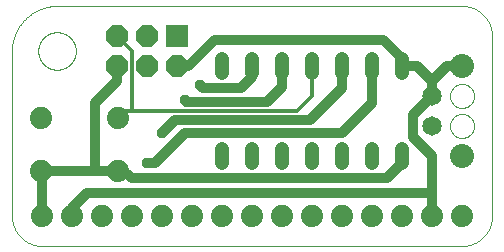
<source format=gtl>
G75*
%MOIN*%
%OFA0B0*%
%FSLAX25Y25*%
%IPPOS*%
%LPD*%
%AMOC8*
5,1,8,0,0,1.08239X$1,22.5*
%
%ADD10C,0.00000*%
%ADD11C,0.04800*%
%ADD12R,0.07400X0.07400*%
%ADD13OC8,0.07400*%
%ADD14C,0.08000*%
%ADD15C,0.07400*%
%ADD16C,0.06500*%
%ADD17C,0.03200*%
%ADD18C,0.01200*%
%ADD19C,0.03762*%
D10*
X0011000Y0001167D02*
X0151000Y0001167D01*
X0151242Y0001170D01*
X0151483Y0001179D01*
X0151724Y0001193D01*
X0151965Y0001214D01*
X0152205Y0001240D01*
X0152445Y0001272D01*
X0152684Y0001310D01*
X0152921Y0001353D01*
X0153158Y0001403D01*
X0153393Y0001458D01*
X0153627Y0001518D01*
X0153859Y0001585D01*
X0154090Y0001656D01*
X0154319Y0001734D01*
X0154546Y0001817D01*
X0154771Y0001905D01*
X0154994Y0001999D01*
X0155214Y0002098D01*
X0155432Y0002203D01*
X0155647Y0002312D01*
X0155860Y0002427D01*
X0156070Y0002547D01*
X0156276Y0002672D01*
X0156480Y0002802D01*
X0156681Y0002937D01*
X0156878Y0003077D01*
X0157072Y0003221D01*
X0157262Y0003370D01*
X0157448Y0003524D01*
X0157631Y0003682D01*
X0157810Y0003844D01*
X0157985Y0004011D01*
X0158156Y0004182D01*
X0158323Y0004357D01*
X0158485Y0004536D01*
X0158643Y0004719D01*
X0158797Y0004905D01*
X0158946Y0005095D01*
X0159090Y0005289D01*
X0159230Y0005486D01*
X0159365Y0005687D01*
X0159495Y0005891D01*
X0159620Y0006097D01*
X0159740Y0006307D01*
X0159855Y0006520D01*
X0159964Y0006735D01*
X0160069Y0006953D01*
X0160168Y0007173D01*
X0160262Y0007396D01*
X0160350Y0007621D01*
X0160433Y0007848D01*
X0160511Y0008077D01*
X0160582Y0008308D01*
X0160649Y0008540D01*
X0160709Y0008774D01*
X0160764Y0009009D01*
X0160814Y0009246D01*
X0160857Y0009483D01*
X0160895Y0009722D01*
X0160927Y0009962D01*
X0160953Y0010202D01*
X0160974Y0010443D01*
X0160988Y0010684D01*
X0160997Y0010925D01*
X0161000Y0011167D01*
X0161000Y0071167D01*
X0160997Y0071409D01*
X0160988Y0071650D01*
X0160974Y0071891D01*
X0160953Y0072132D01*
X0160927Y0072372D01*
X0160895Y0072612D01*
X0160857Y0072851D01*
X0160814Y0073088D01*
X0160764Y0073325D01*
X0160709Y0073560D01*
X0160649Y0073794D01*
X0160582Y0074026D01*
X0160511Y0074257D01*
X0160433Y0074486D01*
X0160350Y0074713D01*
X0160262Y0074938D01*
X0160168Y0075161D01*
X0160069Y0075381D01*
X0159964Y0075599D01*
X0159855Y0075814D01*
X0159740Y0076027D01*
X0159620Y0076237D01*
X0159495Y0076443D01*
X0159365Y0076647D01*
X0159230Y0076848D01*
X0159090Y0077045D01*
X0158946Y0077239D01*
X0158797Y0077429D01*
X0158643Y0077615D01*
X0158485Y0077798D01*
X0158323Y0077977D01*
X0158156Y0078152D01*
X0157985Y0078323D01*
X0157810Y0078490D01*
X0157631Y0078652D01*
X0157448Y0078810D01*
X0157262Y0078964D01*
X0157072Y0079113D01*
X0156878Y0079257D01*
X0156681Y0079397D01*
X0156480Y0079532D01*
X0156276Y0079662D01*
X0156070Y0079787D01*
X0155860Y0079907D01*
X0155647Y0080022D01*
X0155432Y0080131D01*
X0155214Y0080236D01*
X0154994Y0080335D01*
X0154771Y0080429D01*
X0154546Y0080517D01*
X0154319Y0080600D01*
X0154090Y0080678D01*
X0153859Y0080749D01*
X0153627Y0080816D01*
X0153393Y0080876D01*
X0153158Y0080931D01*
X0152921Y0080981D01*
X0152684Y0081024D01*
X0152445Y0081062D01*
X0152205Y0081094D01*
X0151965Y0081120D01*
X0151724Y0081141D01*
X0151483Y0081155D01*
X0151242Y0081164D01*
X0151000Y0081167D01*
X0016000Y0081167D01*
X0009750Y0066167D02*
X0009752Y0066325D01*
X0009758Y0066482D01*
X0009768Y0066640D01*
X0009782Y0066797D01*
X0009800Y0066953D01*
X0009821Y0067110D01*
X0009847Y0067265D01*
X0009877Y0067420D01*
X0009910Y0067574D01*
X0009948Y0067727D01*
X0009989Y0067880D01*
X0010034Y0068031D01*
X0010083Y0068181D01*
X0010136Y0068329D01*
X0010192Y0068477D01*
X0010253Y0068622D01*
X0010316Y0068767D01*
X0010384Y0068909D01*
X0010455Y0069050D01*
X0010529Y0069189D01*
X0010607Y0069326D01*
X0010689Y0069461D01*
X0010773Y0069594D01*
X0010862Y0069725D01*
X0010953Y0069853D01*
X0011048Y0069980D01*
X0011145Y0070103D01*
X0011246Y0070225D01*
X0011350Y0070343D01*
X0011457Y0070459D01*
X0011567Y0070572D01*
X0011679Y0070683D01*
X0011795Y0070790D01*
X0011913Y0070895D01*
X0012033Y0070997D01*
X0012156Y0071095D01*
X0012282Y0071191D01*
X0012410Y0071283D01*
X0012540Y0071372D01*
X0012672Y0071458D01*
X0012807Y0071540D01*
X0012944Y0071619D01*
X0013082Y0071694D01*
X0013222Y0071766D01*
X0013365Y0071834D01*
X0013508Y0071899D01*
X0013654Y0071960D01*
X0013801Y0072017D01*
X0013949Y0072071D01*
X0014099Y0072121D01*
X0014249Y0072167D01*
X0014401Y0072209D01*
X0014554Y0072248D01*
X0014708Y0072282D01*
X0014863Y0072313D01*
X0015018Y0072339D01*
X0015174Y0072362D01*
X0015331Y0072381D01*
X0015488Y0072396D01*
X0015645Y0072407D01*
X0015803Y0072414D01*
X0015961Y0072417D01*
X0016118Y0072416D01*
X0016276Y0072411D01*
X0016433Y0072402D01*
X0016591Y0072389D01*
X0016747Y0072372D01*
X0016904Y0072351D01*
X0017059Y0072327D01*
X0017214Y0072298D01*
X0017369Y0072265D01*
X0017522Y0072229D01*
X0017675Y0072188D01*
X0017826Y0072144D01*
X0017976Y0072096D01*
X0018125Y0072045D01*
X0018273Y0071989D01*
X0018419Y0071930D01*
X0018564Y0071867D01*
X0018707Y0071800D01*
X0018848Y0071730D01*
X0018987Y0071657D01*
X0019125Y0071580D01*
X0019261Y0071499D01*
X0019394Y0071415D01*
X0019525Y0071328D01*
X0019654Y0071237D01*
X0019781Y0071143D01*
X0019906Y0071046D01*
X0020027Y0070946D01*
X0020147Y0070843D01*
X0020263Y0070737D01*
X0020377Y0070628D01*
X0020489Y0070516D01*
X0020597Y0070402D01*
X0020702Y0070284D01*
X0020805Y0070164D01*
X0020904Y0070042D01*
X0021000Y0069917D01*
X0021093Y0069789D01*
X0021183Y0069660D01*
X0021269Y0069528D01*
X0021353Y0069394D01*
X0021432Y0069258D01*
X0021509Y0069120D01*
X0021581Y0068980D01*
X0021650Y0068838D01*
X0021716Y0068695D01*
X0021778Y0068550D01*
X0021836Y0068403D01*
X0021891Y0068255D01*
X0021942Y0068106D01*
X0021989Y0067955D01*
X0022032Y0067804D01*
X0022071Y0067651D01*
X0022107Y0067497D01*
X0022138Y0067343D01*
X0022166Y0067188D01*
X0022190Y0067032D01*
X0022210Y0066875D01*
X0022226Y0066718D01*
X0022238Y0066561D01*
X0022246Y0066404D01*
X0022250Y0066246D01*
X0022250Y0066088D01*
X0022246Y0065930D01*
X0022238Y0065773D01*
X0022226Y0065616D01*
X0022210Y0065459D01*
X0022190Y0065302D01*
X0022166Y0065146D01*
X0022138Y0064991D01*
X0022107Y0064837D01*
X0022071Y0064683D01*
X0022032Y0064530D01*
X0021989Y0064379D01*
X0021942Y0064228D01*
X0021891Y0064079D01*
X0021836Y0063931D01*
X0021778Y0063784D01*
X0021716Y0063639D01*
X0021650Y0063496D01*
X0021581Y0063354D01*
X0021509Y0063214D01*
X0021432Y0063076D01*
X0021353Y0062940D01*
X0021269Y0062806D01*
X0021183Y0062674D01*
X0021093Y0062545D01*
X0021000Y0062417D01*
X0020904Y0062292D01*
X0020805Y0062170D01*
X0020702Y0062050D01*
X0020597Y0061932D01*
X0020489Y0061818D01*
X0020377Y0061706D01*
X0020263Y0061597D01*
X0020147Y0061491D01*
X0020027Y0061388D01*
X0019906Y0061288D01*
X0019781Y0061191D01*
X0019654Y0061097D01*
X0019525Y0061006D01*
X0019394Y0060919D01*
X0019261Y0060835D01*
X0019125Y0060754D01*
X0018987Y0060677D01*
X0018848Y0060604D01*
X0018707Y0060534D01*
X0018564Y0060467D01*
X0018419Y0060404D01*
X0018273Y0060345D01*
X0018125Y0060289D01*
X0017976Y0060238D01*
X0017826Y0060190D01*
X0017675Y0060146D01*
X0017522Y0060105D01*
X0017369Y0060069D01*
X0017214Y0060036D01*
X0017059Y0060007D01*
X0016904Y0059983D01*
X0016747Y0059962D01*
X0016591Y0059945D01*
X0016433Y0059932D01*
X0016276Y0059923D01*
X0016118Y0059918D01*
X0015961Y0059917D01*
X0015803Y0059920D01*
X0015645Y0059927D01*
X0015488Y0059938D01*
X0015331Y0059953D01*
X0015174Y0059972D01*
X0015018Y0059995D01*
X0014863Y0060021D01*
X0014708Y0060052D01*
X0014554Y0060086D01*
X0014401Y0060125D01*
X0014249Y0060167D01*
X0014099Y0060213D01*
X0013949Y0060263D01*
X0013801Y0060317D01*
X0013654Y0060374D01*
X0013508Y0060435D01*
X0013365Y0060500D01*
X0013222Y0060568D01*
X0013082Y0060640D01*
X0012944Y0060715D01*
X0012807Y0060794D01*
X0012672Y0060876D01*
X0012540Y0060962D01*
X0012410Y0061051D01*
X0012282Y0061143D01*
X0012156Y0061239D01*
X0012033Y0061337D01*
X0011913Y0061439D01*
X0011795Y0061544D01*
X0011679Y0061651D01*
X0011567Y0061762D01*
X0011457Y0061875D01*
X0011350Y0061991D01*
X0011246Y0062109D01*
X0011145Y0062231D01*
X0011048Y0062354D01*
X0010953Y0062481D01*
X0010862Y0062609D01*
X0010773Y0062740D01*
X0010689Y0062873D01*
X0010607Y0063008D01*
X0010529Y0063145D01*
X0010455Y0063284D01*
X0010384Y0063425D01*
X0010316Y0063567D01*
X0010253Y0063712D01*
X0010192Y0063857D01*
X0010136Y0064005D01*
X0010083Y0064153D01*
X0010034Y0064303D01*
X0009989Y0064454D01*
X0009948Y0064607D01*
X0009910Y0064760D01*
X0009877Y0064914D01*
X0009847Y0065069D01*
X0009821Y0065224D01*
X0009800Y0065381D01*
X0009782Y0065537D01*
X0009768Y0065694D01*
X0009758Y0065852D01*
X0009752Y0066009D01*
X0009750Y0066167D01*
X0001000Y0066167D02*
X0001004Y0066529D01*
X0001018Y0066892D01*
X0001039Y0067254D01*
X0001070Y0067615D01*
X0001109Y0067975D01*
X0001157Y0068334D01*
X0001214Y0068692D01*
X0001279Y0069049D01*
X0001353Y0069404D01*
X0001436Y0069757D01*
X0001527Y0070108D01*
X0001626Y0070456D01*
X0001734Y0070802D01*
X0001850Y0071146D01*
X0001975Y0071486D01*
X0002107Y0071823D01*
X0002248Y0072157D01*
X0002397Y0072488D01*
X0002554Y0072815D01*
X0002718Y0073138D01*
X0002890Y0073457D01*
X0003070Y0073771D01*
X0003258Y0074082D01*
X0003453Y0074387D01*
X0003655Y0074688D01*
X0003865Y0074984D01*
X0004081Y0075274D01*
X0004305Y0075560D01*
X0004535Y0075840D01*
X0004772Y0076114D01*
X0005016Y0076382D01*
X0005266Y0076645D01*
X0005522Y0076901D01*
X0005785Y0077151D01*
X0006053Y0077395D01*
X0006327Y0077632D01*
X0006607Y0077862D01*
X0006893Y0078086D01*
X0007183Y0078302D01*
X0007479Y0078512D01*
X0007780Y0078714D01*
X0008085Y0078909D01*
X0008396Y0079097D01*
X0008710Y0079277D01*
X0009029Y0079449D01*
X0009352Y0079613D01*
X0009679Y0079770D01*
X0010010Y0079919D01*
X0010344Y0080060D01*
X0010681Y0080192D01*
X0011021Y0080317D01*
X0011365Y0080433D01*
X0011711Y0080541D01*
X0012059Y0080640D01*
X0012410Y0080731D01*
X0012763Y0080814D01*
X0013118Y0080888D01*
X0013475Y0080953D01*
X0013833Y0081010D01*
X0014192Y0081058D01*
X0014552Y0081097D01*
X0014913Y0081128D01*
X0015275Y0081149D01*
X0015638Y0081163D01*
X0016000Y0081167D01*
X0001000Y0066167D02*
X0001000Y0011167D01*
X0001003Y0010925D01*
X0001012Y0010684D01*
X0001026Y0010443D01*
X0001047Y0010202D01*
X0001073Y0009962D01*
X0001105Y0009722D01*
X0001143Y0009483D01*
X0001186Y0009246D01*
X0001236Y0009009D01*
X0001291Y0008774D01*
X0001351Y0008540D01*
X0001418Y0008308D01*
X0001489Y0008077D01*
X0001567Y0007848D01*
X0001650Y0007621D01*
X0001738Y0007396D01*
X0001832Y0007173D01*
X0001931Y0006953D01*
X0002036Y0006735D01*
X0002145Y0006520D01*
X0002260Y0006307D01*
X0002380Y0006097D01*
X0002505Y0005891D01*
X0002635Y0005687D01*
X0002770Y0005486D01*
X0002910Y0005289D01*
X0003054Y0005095D01*
X0003203Y0004905D01*
X0003357Y0004719D01*
X0003515Y0004536D01*
X0003677Y0004357D01*
X0003844Y0004182D01*
X0004015Y0004011D01*
X0004190Y0003844D01*
X0004369Y0003682D01*
X0004552Y0003524D01*
X0004738Y0003370D01*
X0004928Y0003221D01*
X0005122Y0003077D01*
X0005319Y0002937D01*
X0005520Y0002802D01*
X0005724Y0002672D01*
X0005930Y0002547D01*
X0006140Y0002427D01*
X0006353Y0002312D01*
X0006568Y0002203D01*
X0006786Y0002098D01*
X0007006Y0001999D01*
X0007229Y0001905D01*
X0007454Y0001817D01*
X0007681Y0001734D01*
X0007910Y0001656D01*
X0008141Y0001585D01*
X0008373Y0001518D01*
X0008607Y0001458D01*
X0008842Y0001403D01*
X0009079Y0001353D01*
X0009316Y0001310D01*
X0009555Y0001272D01*
X0009795Y0001240D01*
X0010035Y0001214D01*
X0010276Y0001193D01*
X0010517Y0001179D01*
X0010758Y0001170D01*
X0011000Y0001167D01*
X0147000Y0041167D02*
X0147002Y0041293D01*
X0147008Y0041419D01*
X0147018Y0041545D01*
X0147032Y0041671D01*
X0147050Y0041796D01*
X0147072Y0041920D01*
X0147097Y0042044D01*
X0147127Y0042167D01*
X0147160Y0042288D01*
X0147198Y0042409D01*
X0147239Y0042528D01*
X0147284Y0042647D01*
X0147332Y0042763D01*
X0147384Y0042878D01*
X0147440Y0042991D01*
X0147500Y0043103D01*
X0147563Y0043212D01*
X0147629Y0043320D01*
X0147698Y0043425D01*
X0147771Y0043528D01*
X0147848Y0043629D01*
X0147927Y0043727D01*
X0148009Y0043823D01*
X0148095Y0043916D01*
X0148183Y0044007D01*
X0148274Y0044094D01*
X0148368Y0044179D01*
X0148464Y0044260D01*
X0148563Y0044339D01*
X0148664Y0044414D01*
X0148768Y0044486D01*
X0148874Y0044555D01*
X0148982Y0044621D01*
X0149092Y0044683D01*
X0149204Y0044741D01*
X0149317Y0044796D01*
X0149433Y0044847D01*
X0149550Y0044895D01*
X0149668Y0044939D01*
X0149788Y0044979D01*
X0149909Y0045015D01*
X0150031Y0045048D01*
X0150154Y0045077D01*
X0150278Y0045101D01*
X0150402Y0045122D01*
X0150527Y0045139D01*
X0150653Y0045152D01*
X0150779Y0045161D01*
X0150905Y0045166D01*
X0151032Y0045167D01*
X0151158Y0045164D01*
X0151284Y0045157D01*
X0151410Y0045146D01*
X0151535Y0045131D01*
X0151660Y0045112D01*
X0151784Y0045089D01*
X0151908Y0045063D01*
X0152030Y0045032D01*
X0152152Y0044998D01*
X0152272Y0044959D01*
X0152391Y0044917D01*
X0152509Y0044872D01*
X0152625Y0044822D01*
X0152740Y0044769D01*
X0152852Y0044712D01*
X0152963Y0044652D01*
X0153072Y0044588D01*
X0153179Y0044521D01*
X0153284Y0044451D01*
X0153387Y0044377D01*
X0153487Y0044300D01*
X0153585Y0044220D01*
X0153680Y0044137D01*
X0153772Y0044051D01*
X0153862Y0043962D01*
X0153949Y0043870D01*
X0154032Y0043776D01*
X0154113Y0043679D01*
X0154191Y0043579D01*
X0154266Y0043477D01*
X0154337Y0043373D01*
X0154405Y0043266D01*
X0154469Y0043158D01*
X0154530Y0043047D01*
X0154588Y0042935D01*
X0154642Y0042821D01*
X0154692Y0042705D01*
X0154739Y0042588D01*
X0154782Y0042469D01*
X0154821Y0042349D01*
X0154857Y0042228D01*
X0154888Y0042105D01*
X0154916Y0041982D01*
X0154940Y0041858D01*
X0154960Y0041733D01*
X0154976Y0041608D01*
X0154988Y0041482D01*
X0154996Y0041356D01*
X0155000Y0041230D01*
X0155000Y0041104D01*
X0154996Y0040978D01*
X0154988Y0040852D01*
X0154976Y0040726D01*
X0154960Y0040601D01*
X0154940Y0040476D01*
X0154916Y0040352D01*
X0154888Y0040229D01*
X0154857Y0040106D01*
X0154821Y0039985D01*
X0154782Y0039865D01*
X0154739Y0039746D01*
X0154692Y0039629D01*
X0154642Y0039513D01*
X0154588Y0039399D01*
X0154530Y0039287D01*
X0154469Y0039176D01*
X0154405Y0039068D01*
X0154337Y0038961D01*
X0154266Y0038857D01*
X0154191Y0038755D01*
X0154113Y0038655D01*
X0154032Y0038558D01*
X0153949Y0038464D01*
X0153862Y0038372D01*
X0153772Y0038283D01*
X0153680Y0038197D01*
X0153585Y0038114D01*
X0153487Y0038034D01*
X0153387Y0037957D01*
X0153284Y0037883D01*
X0153179Y0037813D01*
X0153072Y0037746D01*
X0152963Y0037682D01*
X0152852Y0037622D01*
X0152740Y0037565D01*
X0152625Y0037512D01*
X0152509Y0037462D01*
X0152391Y0037417D01*
X0152272Y0037375D01*
X0152152Y0037336D01*
X0152030Y0037302D01*
X0151908Y0037271D01*
X0151784Y0037245D01*
X0151660Y0037222D01*
X0151535Y0037203D01*
X0151410Y0037188D01*
X0151284Y0037177D01*
X0151158Y0037170D01*
X0151032Y0037167D01*
X0150905Y0037168D01*
X0150779Y0037173D01*
X0150653Y0037182D01*
X0150527Y0037195D01*
X0150402Y0037212D01*
X0150278Y0037233D01*
X0150154Y0037257D01*
X0150031Y0037286D01*
X0149909Y0037319D01*
X0149788Y0037355D01*
X0149668Y0037395D01*
X0149550Y0037439D01*
X0149433Y0037487D01*
X0149317Y0037538D01*
X0149204Y0037593D01*
X0149092Y0037651D01*
X0148982Y0037713D01*
X0148874Y0037779D01*
X0148768Y0037848D01*
X0148664Y0037920D01*
X0148563Y0037995D01*
X0148464Y0038074D01*
X0148368Y0038155D01*
X0148274Y0038240D01*
X0148183Y0038327D01*
X0148095Y0038418D01*
X0148009Y0038511D01*
X0147927Y0038607D01*
X0147848Y0038705D01*
X0147771Y0038806D01*
X0147698Y0038909D01*
X0147629Y0039014D01*
X0147563Y0039122D01*
X0147500Y0039231D01*
X0147440Y0039343D01*
X0147384Y0039456D01*
X0147332Y0039571D01*
X0147284Y0039687D01*
X0147239Y0039806D01*
X0147198Y0039925D01*
X0147160Y0040046D01*
X0147127Y0040167D01*
X0147097Y0040290D01*
X0147072Y0040414D01*
X0147050Y0040538D01*
X0147032Y0040663D01*
X0147018Y0040789D01*
X0147008Y0040915D01*
X0147002Y0041041D01*
X0147000Y0041167D01*
X0147000Y0051167D02*
X0147002Y0051293D01*
X0147008Y0051419D01*
X0147018Y0051545D01*
X0147032Y0051671D01*
X0147050Y0051796D01*
X0147072Y0051920D01*
X0147097Y0052044D01*
X0147127Y0052167D01*
X0147160Y0052288D01*
X0147198Y0052409D01*
X0147239Y0052528D01*
X0147284Y0052647D01*
X0147332Y0052763D01*
X0147384Y0052878D01*
X0147440Y0052991D01*
X0147500Y0053103D01*
X0147563Y0053212D01*
X0147629Y0053320D01*
X0147698Y0053425D01*
X0147771Y0053528D01*
X0147848Y0053629D01*
X0147927Y0053727D01*
X0148009Y0053823D01*
X0148095Y0053916D01*
X0148183Y0054007D01*
X0148274Y0054094D01*
X0148368Y0054179D01*
X0148464Y0054260D01*
X0148563Y0054339D01*
X0148664Y0054414D01*
X0148768Y0054486D01*
X0148874Y0054555D01*
X0148982Y0054621D01*
X0149092Y0054683D01*
X0149204Y0054741D01*
X0149317Y0054796D01*
X0149433Y0054847D01*
X0149550Y0054895D01*
X0149668Y0054939D01*
X0149788Y0054979D01*
X0149909Y0055015D01*
X0150031Y0055048D01*
X0150154Y0055077D01*
X0150278Y0055101D01*
X0150402Y0055122D01*
X0150527Y0055139D01*
X0150653Y0055152D01*
X0150779Y0055161D01*
X0150905Y0055166D01*
X0151032Y0055167D01*
X0151158Y0055164D01*
X0151284Y0055157D01*
X0151410Y0055146D01*
X0151535Y0055131D01*
X0151660Y0055112D01*
X0151784Y0055089D01*
X0151908Y0055063D01*
X0152030Y0055032D01*
X0152152Y0054998D01*
X0152272Y0054959D01*
X0152391Y0054917D01*
X0152509Y0054872D01*
X0152625Y0054822D01*
X0152740Y0054769D01*
X0152852Y0054712D01*
X0152963Y0054652D01*
X0153072Y0054588D01*
X0153179Y0054521D01*
X0153284Y0054451D01*
X0153387Y0054377D01*
X0153487Y0054300D01*
X0153585Y0054220D01*
X0153680Y0054137D01*
X0153772Y0054051D01*
X0153862Y0053962D01*
X0153949Y0053870D01*
X0154032Y0053776D01*
X0154113Y0053679D01*
X0154191Y0053579D01*
X0154266Y0053477D01*
X0154337Y0053373D01*
X0154405Y0053266D01*
X0154469Y0053158D01*
X0154530Y0053047D01*
X0154588Y0052935D01*
X0154642Y0052821D01*
X0154692Y0052705D01*
X0154739Y0052588D01*
X0154782Y0052469D01*
X0154821Y0052349D01*
X0154857Y0052228D01*
X0154888Y0052105D01*
X0154916Y0051982D01*
X0154940Y0051858D01*
X0154960Y0051733D01*
X0154976Y0051608D01*
X0154988Y0051482D01*
X0154996Y0051356D01*
X0155000Y0051230D01*
X0155000Y0051104D01*
X0154996Y0050978D01*
X0154988Y0050852D01*
X0154976Y0050726D01*
X0154960Y0050601D01*
X0154940Y0050476D01*
X0154916Y0050352D01*
X0154888Y0050229D01*
X0154857Y0050106D01*
X0154821Y0049985D01*
X0154782Y0049865D01*
X0154739Y0049746D01*
X0154692Y0049629D01*
X0154642Y0049513D01*
X0154588Y0049399D01*
X0154530Y0049287D01*
X0154469Y0049176D01*
X0154405Y0049068D01*
X0154337Y0048961D01*
X0154266Y0048857D01*
X0154191Y0048755D01*
X0154113Y0048655D01*
X0154032Y0048558D01*
X0153949Y0048464D01*
X0153862Y0048372D01*
X0153772Y0048283D01*
X0153680Y0048197D01*
X0153585Y0048114D01*
X0153487Y0048034D01*
X0153387Y0047957D01*
X0153284Y0047883D01*
X0153179Y0047813D01*
X0153072Y0047746D01*
X0152963Y0047682D01*
X0152852Y0047622D01*
X0152740Y0047565D01*
X0152625Y0047512D01*
X0152509Y0047462D01*
X0152391Y0047417D01*
X0152272Y0047375D01*
X0152152Y0047336D01*
X0152030Y0047302D01*
X0151908Y0047271D01*
X0151784Y0047245D01*
X0151660Y0047222D01*
X0151535Y0047203D01*
X0151410Y0047188D01*
X0151284Y0047177D01*
X0151158Y0047170D01*
X0151032Y0047167D01*
X0150905Y0047168D01*
X0150779Y0047173D01*
X0150653Y0047182D01*
X0150527Y0047195D01*
X0150402Y0047212D01*
X0150278Y0047233D01*
X0150154Y0047257D01*
X0150031Y0047286D01*
X0149909Y0047319D01*
X0149788Y0047355D01*
X0149668Y0047395D01*
X0149550Y0047439D01*
X0149433Y0047487D01*
X0149317Y0047538D01*
X0149204Y0047593D01*
X0149092Y0047651D01*
X0148982Y0047713D01*
X0148874Y0047779D01*
X0148768Y0047848D01*
X0148664Y0047920D01*
X0148563Y0047995D01*
X0148464Y0048074D01*
X0148368Y0048155D01*
X0148274Y0048240D01*
X0148183Y0048327D01*
X0148095Y0048418D01*
X0148009Y0048511D01*
X0147927Y0048607D01*
X0147848Y0048705D01*
X0147771Y0048806D01*
X0147698Y0048909D01*
X0147629Y0049014D01*
X0147563Y0049122D01*
X0147500Y0049231D01*
X0147440Y0049343D01*
X0147384Y0049456D01*
X0147332Y0049571D01*
X0147284Y0049687D01*
X0147239Y0049806D01*
X0147198Y0049925D01*
X0147160Y0050046D01*
X0147127Y0050167D01*
X0147097Y0050290D01*
X0147072Y0050414D01*
X0147050Y0050538D01*
X0147032Y0050663D01*
X0147018Y0050789D01*
X0147008Y0050915D01*
X0147002Y0051041D01*
X0147000Y0051167D01*
D11*
X0131000Y0058767D02*
X0131000Y0063567D01*
X0121000Y0063567D02*
X0121000Y0058767D01*
X0111000Y0058767D02*
X0111000Y0063567D01*
X0101000Y0063567D02*
X0101000Y0058767D01*
X0091000Y0058767D02*
X0091000Y0063567D01*
X0081000Y0063567D02*
X0081000Y0058767D01*
X0071000Y0058767D02*
X0071000Y0063567D01*
X0071000Y0033567D02*
X0071000Y0028767D01*
X0081000Y0028767D02*
X0081000Y0033567D01*
X0091000Y0033567D02*
X0091000Y0028767D01*
X0101000Y0028767D02*
X0101000Y0033567D01*
X0111000Y0033567D02*
X0111000Y0028767D01*
X0121000Y0028767D02*
X0121000Y0033567D01*
X0131000Y0033567D02*
X0131000Y0028767D01*
D12*
X0056000Y0071167D03*
D13*
X0046000Y0071167D03*
X0036000Y0071167D03*
X0036000Y0061167D03*
X0046000Y0061167D03*
X0056000Y0061167D03*
D14*
X0151000Y0061167D03*
X0151000Y0031167D03*
D15*
X0151000Y0011167D03*
X0141000Y0011167D03*
X0131000Y0011167D03*
X0121000Y0011167D03*
X0111000Y0011167D03*
X0101000Y0011167D03*
X0091000Y0011167D03*
X0081000Y0011167D03*
X0071000Y0011167D03*
X0061000Y0011167D03*
X0051000Y0011167D03*
X0041000Y0011167D03*
X0031000Y0011167D03*
X0021000Y0011167D03*
X0011000Y0011167D03*
X0010700Y0026017D03*
X0036300Y0026017D03*
X0036300Y0043817D03*
X0010700Y0043817D03*
D16*
X0141000Y0041167D03*
X0141000Y0051167D03*
D17*
X0134750Y0044917D01*
X0134750Y0037417D01*
X0141000Y0031167D01*
X0141000Y0018667D01*
X0026000Y0018667D01*
X0021000Y0013667D01*
X0021000Y0011167D01*
X0011000Y0011167D02*
X0011000Y0025717D01*
X0010700Y0026017D01*
X0028500Y0026017D01*
X0028500Y0048667D01*
X0036000Y0056167D01*
X0036000Y0061167D01*
X0056000Y0061167D02*
X0059750Y0061167D01*
X0068500Y0069917D01*
X0124750Y0069917D01*
X0131000Y0063667D01*
X0131000Y0061167D01*
X0136000Y0061167D01*
X0141000Y0056167D01*
X0141000Y0051167D01*
X0141000Y0056167D02*
X0146000Y0061167D01*
X0151000Y0061167D01*
X0121000Y0061167D02*
X0121000Y0048667D01*
X0111000Y0038667D01*
X0058500Y0038667D01*
X0048500Y0028667D01*
X0046000Y0028667D01*
X0041000Y0023667D02*
X0037550Y0026467D01*
X0036300Y0026017D01*
X0028500Y0026017D01*
X0041000Y0023667D02*
X0126000Y0023667D01*
X0131000Y0028667D01*
X0131000Y0031167D01*
X0141000Y0018667D02*
X0141000Y0011167D01*
X0100375Y0043042D02*
X0055375Y0043042D01*
X0051000Y0038667D01*
X0059125Y0049292D02*
X0058500Y0049917D01*
X0059125Y0049292D02*
X0086000Y0049292D01*
X0091000Y0054292D01*
X0091000Y0061167D01*
X0081000Y0061167D02*
X0081000Y0057417D01*
X0077250Y0053667D01*
X0064750Y0053667D01*
X0063500Y0054917D01*
X0100375Y0043042D02*
X0111000Y0053667D01*
X0111000Y0061167D01*
D18*
X0101000Y0061167D02*
X0101000Y0051167D01*
X0096000Y0046167D01*
X0041000Y0046167D01*
X0041000Y0066167D01*
X0036000Y0071167D01*
X0038650Y0046167D02*
X0036300Y0043817D01*
X0038650Y0046167D02*
X0041000Y0046167D01*
D19*
X0051000Y0038667D03*
X0046000Y0028667D03*
X0058500Y0049917D03*
X0063500Y0054917D03*
M02*

</source>
